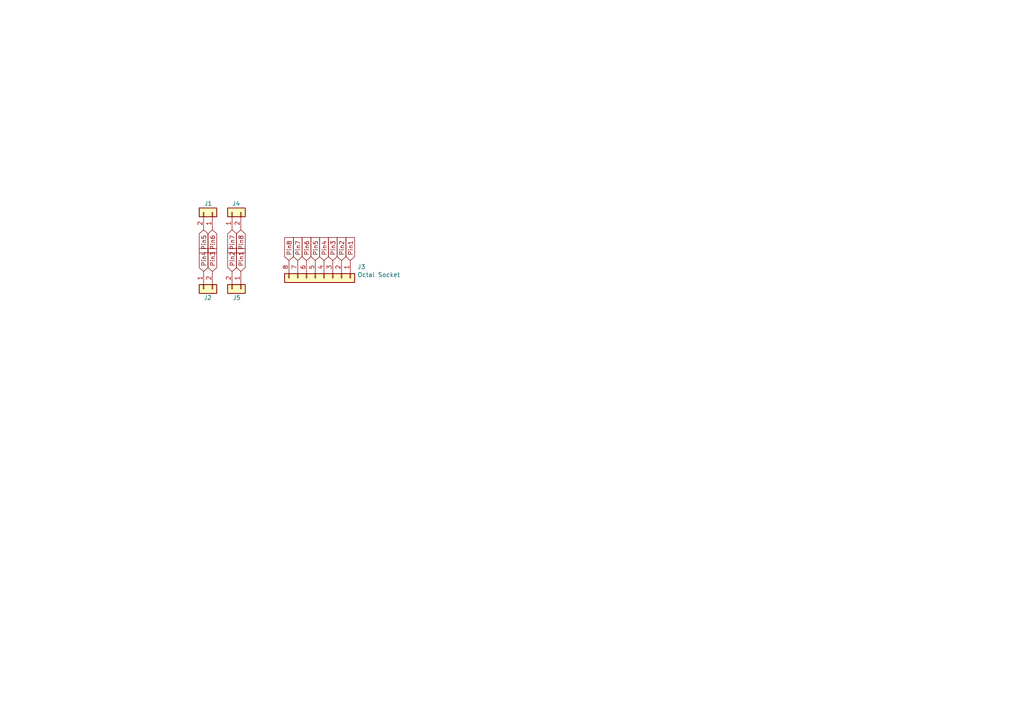
<source format=kicad_sch>
(kicad_sch (version 20230121) (generator eeschema)
  (paper "A4")
  (lib_symbols
    (symbol "Connector_Generic:Conn_01x02" (pin_names (offset 1.016) hide)
      (property "Reference" "J" (at 0 2.54 0))
      (property "Value" "Conn_01x02" (at 0 -5.08 0))
      (symbol "Conn_01x02_1_1"
        (rectangle (start -1.27 -2.413) (end 0 -2.667) (stroke (width 0.1524)))
        (rectangle (start -1.27 0.127) (end 0 -0.127) (stroke (width 0.1524)))
        (rectangle (start -1.27 1.27) (end 1.27 -3.81) (stroke (width 0.254)) (fill (type background)))
        (pin passive line (at -5.08 0 0) (length 3.81) (name "Pin_1") (number "1"))
        (pin passive line (at -5.08 -2.54 0) (length 3.81) (name "Pin_2") (number "2"))
      )
    )
    (symbol "Connector_Generic:Conn_01x08" (pin_names (offset 1.016) hide)
      (property "Reference" "J" (at 0 10.16 0))
      (property "Value" "Conn_01x08" (at 0 -12.7 0))
      (symbol "Conn_01x08_1_1"
        (rectangle (start -1.27 -10.033) (end 0 -10.287) (stroke (width 0.1524)))
        (rectangle (start -1.27 -7.493) (end 0 -7.747) (stroke (width 0.1524)))
        (rectangle (start -1.27 -4.953) (end 0 -5.207) (stroke (width 0.1524)))
        (rectangle (start -1.27 -2.413) (end 0 -2.667) (stroke (width 0.1524)))
        (rectangle (start -1.27 0.127) (end 0 -0.127) (stroke (width 0.1524)))
        (rectangle (start -1.27 2.667) (end 0 2.413) (stroke (width 0.1524)))
        (rectangle (start -1.27 5.207) (end 0 4.953) (stroke (width 0.1524)))
        (rectangle (start -1.27 7.747) (end 0 7.493) (stroke (width 0.1524)))
        (rectangle (start -1.27 8.89) (end 1.27 -11.43) (stroke (width 0.254)) (fill (type background)))
        (pin passive line (at -5.08 7.62 0) (length 3.81) (name "Pin_1") (number "1"))
        (pin passive line (at -5.08 5.08 0) (length 3.81) (name "Pin_2") (number "2"))
        (pin passive line (at -5.08 2.54 0) (length 3.81) (name "Pin_3") (number "3"))
        (pin passive line (at -5.08 0 0) (length 3.81) (name "Pin_4") (number "4"))
        (pin passive line (at -5.08 -2.54 0) (length 3.81) (name "Pin_5") (number "5"))
        (pin passive line (at -5.08 -5.08 0) (length 3.81) (name "Pin_6") (number "6"))
        (pin passive line (at -5.08 -7.62 0) (length 3.81) (name "Pin_7") (number "7"))
        (pin passive line (at -5.08 -10.16 0) (length 3.81) (name "Pin_8") (number "8"))
      )
    )
  )
  (global_label "Pin6" (shape input) (at 61.595 66.675 270) (property "Intersheetrefs" "${INTERSHEET_REFS}" (effects hide)))
  (global_label "Pin8" (shape input) (at 83.82 75.565 90) (property "Intersheetrefs" "${INTERSHEET_REFS}" (effects hide)))
  (global_label "Pin5" (shape input) (at 91.44 75.565 90) (property "Intersheetrefs" "${INTERSHEET_REFS}" (effects hide)))
  (global_label "Pin1" (shape input) (at 101.6 75.565 90) (property "Intersheetrefs" "${INTERSHEET_REFS}" (effects hide)))
  (global_label "Pin3" (shape input) (at 61.595 78.74 90) (property "Intersheetrefs" "${INTERSHEET_REFS}" (effects hide)))
  (global_label "Pin5" (shape input) (at 59.055 66.675 270) (property "Intersheetrefs" "${INTERSHEET_REFS}" (effects hide)))
  (global_label "Pin2" (shape input) (at 99.06 75.565 90) (property "Intersheetrefs" "${INTERSHEET_REFS}" (effects hide)))
  (global_label "Pin4" (shape input) (at 93.98 75.565 90) (property "Intersheetrefs" "${INTERSHEET_REFS}" (effects hide)))
  (global_label "Pin7" (shape input) (at 67.31 66.675 270) (property "Intersheetrefs" "${INTERSHEET_REFS}" (effects hide)))
  (global_label "Pin7" (shape input) (at 86.36 75.565 90) (property "Intersheetrefs" "${INTERSHEET_REFS}" (effects hide)))
  (global_label "Pin3" (shape input) (at 96.52 75.565 90) (property "Intersheetrefs" "${INTERSHEET_REFS}" (effects hide)))
  (global_label "Pin4" (shape input) (at 59.055 78.74 90) (property "Intersheetrefs" "${INTERSHEET_REFS}" (effects hide)))
  (global_label "Pin6" (shape input) (at 88.9 75.565 90) (property "Intersheetrefs" "${INTERSHEET_REFS}" (effects hide)))
  (global_label "Pin1" (shape input) (at 69.85 78.74 90) (property "Intersheetrefs" "${INTERSHEET_REFS}" (effects hide)))
  (global_label "Pin8" (shape input) (at 69.85 66.675 270) (property "Intersheetrefs" "${INTERSHEET_REFS}" (effects hide)))
  (global_label "Pin2" (shape input) (at 67.31 78.74 90) (property "Intersheetrefs" "${INTERSHEET_REFS}" (effects hide)))
  (symbol (lib_id "Connector_Generic:Conn_01x08") (at 93.98 80.645 270) (unit 1)
    (property "Reference" "J3" (at 103.632 77.3938 90) (effects (justify left)))
    (property "Value" "Octal Socket" (at 103.632 79.7052 90) (effects (justify left)))
    (property "Footprint" "Retronics_Connectors:Octal_Ceramic" (effects hide))
  )
  (symbol (lib_id "Connector_Generic:Conn_01x02") (at 61.595 61.595 270) (mirror x) (unit 1)
    (property "Reference" "J1" (at 61.595 59.055 90) (effects (justify right)))
    (property "Value" "Conn_01x02" (effects hide))
    (property "Footprint" "Retronics_Connectors:PinHeader_1x02_P5.08mm_Vertical" (effects hide))
  )
  (symbol (lib_id "Connector_Generic:Conn_01x02") (at 67.31 61.595 90) (unit 1)
    (property "Reference" "J4" (at 67.31 59.055 90) (effects (justify right)))
    (property "Value" "Conn_01x02" (effects hide))
    (property "Footprint" "Retronics_Connectors:PinHeader_1x02_P5.08mm_Vertical" (effects hide))
  )
  (symbol (lib_id "Connector_Generic:Conn_01x02") (at 59.055 83.82 90) (mirror x) (unit 1)
    (property "Reference" "J2" (at 59.055 86.36 90) (effects (justify right)))
    (property "Value" "Conn_01x02" (effects hide))
    (property "Footprint" "Retronics_Connectors:PinHeader_1x02_P5.08mm_Vertical" (effects hide))
  )
  (symbol (lib_id "Connector_Generic:Conn_01x02") (at 69.85 83.82 270) (unit 1)
    (property "Reference" "J5" (at 69.85 86.36 90) (effects (justify right)))
    (property "Value" "Conn_01x02" (effects hide))
    (property "Footprint" "Retronics_Connectors:PinHeader_1x02_P5.08mm_Vertical" (effects hide))
  )
)
</source>
